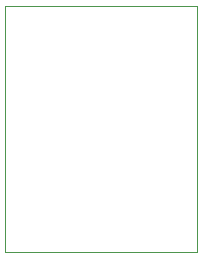
<source format=gbr>
G04 #@! TF.GenerationSoftware,KiCad,Pcbnew,5.1.5+dfsg1-2*
G04 #@! TF.CreationDate,2020-01-22T22:25:37+01:00*
G04 #@! TF.ProjectId,jumper-module,6a756d70-6572-42d6-9d6f-64756c652e6b,v1*
G04 #@! TF.SameCoordinates,Original*
G04 #@! TF.FileFunction,Profile,NP*
%FSLAX46Y46*%
G04 Gerber Fmt 4.6, Leading zero omitted, Abs format (unit mm)*
G04 Created by KiCad (PCBNEW 5.1.5+dfsg1-2) date 2020-01-22 22:25:37*
%MOMM*%
%LPD*%
G04 APERTURE LIST*
%ADD10C,0.100000*%
G04 APERTURE END LIST*
D10*
X149606000Y-85852000D02*
X149606000Y-106680000D01*
X133350000Y-85852000D02*
X149606000Y-85852000D01*
X133350000Y-106680000D02*
X133350000Y-85852000D01*
X149606000Y-106680000D02*
X133350000Y-106680000D01*
M02*

</source>
